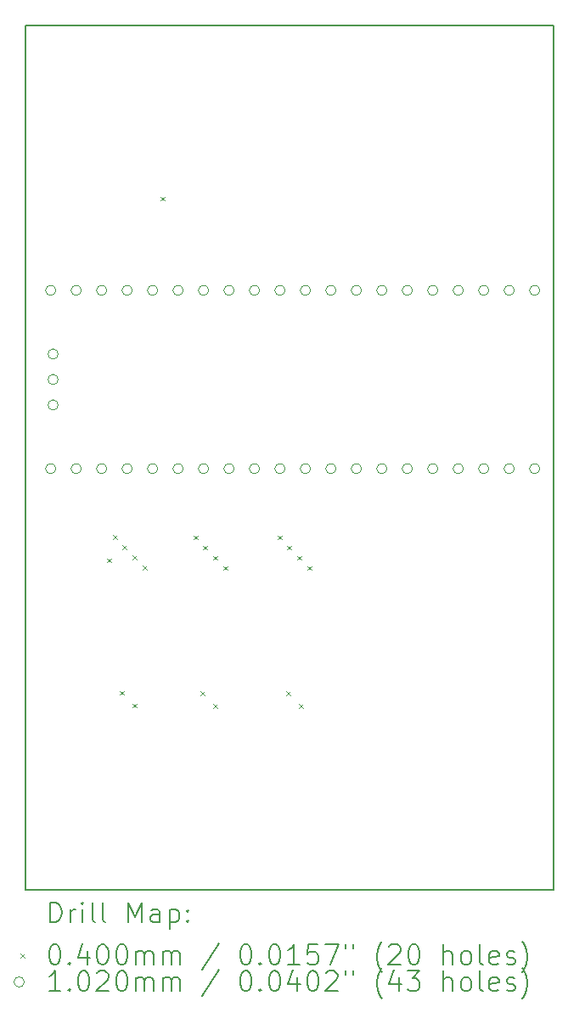
<source format=gbr>
%FSLAX45Y45*%
G04 Gerber Fmt 4.5, Leading zero omitted, Abs format (unit mm)*
G04 Created by KiCad (PCBNEW (6.0.5-0)) date 2022-05-30 23:28:14*
%MOMM*%
%LPD*%
G01*
G04 APERTURE LIST*
%TA.AperFunction,Profile*%
%ADD10C,0.200000*%
%TD*%
%ADD11C,0.200000*%
%ADD12C,0.040000*%
%ADD13C,0.102000*%
G04 APERTURE END LIST*
D10*
X12255500Y-16827500D02*
X12255500Y-8204200D01*
X6985000Y-8204200D02*
X12255500Y-8204200D01*
X6985000Y-16827500D02*
X12255500Y-16827500D01*
X6985000Y-16827500D02*
X6985000Y-8204200D01*
D11*
D12*
X7803200Y-13518200D02*
X7843200Y-13558200D01*
X7843200Y-13518200D02*
X7803200Y-13558200D01*
X7862600Y-13285500D02*
X7902600Y-13325500D01*
X7902600Y-13285500D02*
X7862600Y-13325500D01*
X7930200Y-14839000D02*
X7970200Y-14879000D01*
X7970200Y-14839000D02*
X7930200Y-14879000D01*
X7951500Y-13387100D02*
X7991500Y-13427100D01*
X7991500Y-13387100D02*
X7951500Y-13427100D01*
X8053100Y-13488700D02*
X8093100Y-13528700D01*
X8093100Y-13488700D02*
X8053100Y-13528700D01*
X8057200Y-14966000D02*
X8097200Y-15006000D01*
X8097200Y-14966000D02*
X8057200Y-15006000D01*
X8154700Y-13590300D02*
X8194700Y-13630300D01*
X8194700Y-13590300D02*
X8154700Y-13630300D01*
X8336600Y-9911400D02*
X8376600Y-9951400D01*
X8376600Y-9911400D02*
X8336600Y-9951400D01*
X8666800Y-13289600D02*
X8706800Y-13329600D01*
X8706800Y-13289600D02*
X8666800Y-13329600D01*
X8729904Y-14844753D02*
X8769904Y-14884753D01*
X8769904Y-14844753D02*
X8729904Y-14884753D01*
X8755700Y-13391200D02*
X8795700Y-13431200D01*
X8795700Y-13391200D02*
X8755700Y-13431200D01*
X8856904Y-14971753D02*
X8896904Y-15011753D01*
X8896904Y-14971753D02*
X8856904Y-15011753D01*
X8857300Y-13492800D02*
X8897300Y-13532800D01*
X8897300Y-13492800D02*
X8857300Y-13532800D01*
X8958900Y-13594400D02*
X8998900Y-13634400D01*
X8998900Y-13594400D02*
X8958900Y-13634400D01*
X9505000Y-13289600D02*
X9545000Y-13329600D01*
X9545000Y-13289600D02*
X9505000Y-13329600D01*
X9586501Y-14844753D02*
X9626501Y-14884753D01*
X9626501Y-14844753D02*
X9586501Y-14884753D01*
X9593900Y-13391200D02*
X9633900Y-13431200D01*
X9633900Y-13391200D02*
X9593900Y-13431200D01*
X9695500Y-13492800D02*
X9735500Y-13532800D01*
X9735500Y-13492800D02*
X9695500Y-13532800D01*
X9713501Y-14971753D02*
X9753501Y-15011753D01*
X9753501Y-14971753D02*
X9713501Y-15011753D01*
X9797100Y-13594400D02*
X9837100Y-13634400D01*
X9837100Y-13594400D02*
X9797100Y-13634400D01*
D13*
X7290000Y-10845800D02*
G75*
G03*
X7290000Y-10845800I-51000J0D01*
G01*
X7290000Y-12623800D02*
G75*
G03*
X7290000Y-12623800I-51000J0D01*
G01*
X7313000Y-11480800D02*
G75*
G03*
X7313000Y-11480800I-51000J0D01*
G01*
X7313000Y-11734800D02*
G75*
G03*
X7313000Y-11734800I-51000J0D01*
G01*
X7313000Y-11988800D02*
G75*
G03*
X7313000Y-11988800I-51000J0D01*
G01*
X7544000Y-10845800D02*
G75*
G03*
X7544000Y-10845800I-51000J0D01*
G01*
X7544000Y-12623800D02*
G75*
G03*
X7544000Y-12623800I-51000J0D01*
G01*
X7798000Y-10845800D02*
G75*
G03*
X7798000Y-10845800I-51000J0D01*
G01*
X7798000Y-12623800D02*
G75*
G03*
X7798000Y-12623800I-51000J0D01*
G01*
X8052000Y-10845800D02*
G75*
G03*
X8052000Y-10845800I-51000J0D01*
G01*
X8052000Y-12623800D02*
G75*
G03*
X8052000Y-12623800I-51000J0D01*
G01*
X8306000Y-10845800D02*
G75*
G03*
X8306000Y-10845800I-51000J0D01*
G01*
X8306000Y-12623800D02*
G75*
G03*
X8306000Y-12623800I-51000J0D01*
G01*
X8560000Y-10845800D02*
G75*
G03*
X8560000Y-10845800I-51000J0D01*
G01*
X8560000Y-12623800D02*
G75*
G03*
X8560000Y-12623800I-51000J0D01*
G01*
X8814000Y-10845800D02*
G75*
G03*
X8814000Y-10845800I-51000J0D01*
G01*
X8814000Y-12623800D02*
G75*
G03*
X8814000Y-12623800I-51000J0D01*
G01*
X9068000Y-10845800D02*
G75*
G03*
X9068000Y-10845800I-51000J0D01*
G01*
X9068000Y-12623800D02*
G75*
G03*
X9068000Y-12623800I-51000J0D01*
G01*
X9322000Y-10845800D02*
G75*
G03*
X9322000Y-10845800I-51000J0D01*
G01*
X9322000Y-12623800D02*
G75*
G03*
X9322000Y-12623800I-51000J0D01*
G01*
X9576000Y-10845800D02*
G75*
G03*
X9576000Y-10845800I-51000J0D01*
G01*
X9576000Y-12623800D02*
G75*
G03*
X9576000Y-12623800I-51000J0D01*
G01*
X9830000Y-10845800D02*
G75*
G03*
X9830000Y-10845800I-51000J0D01*
G01*
X9830000Y-12623800D02*
G75*
G03*
X9830000Y-12623800I-51000J0D01*
G01*
X10084000Y-10845800D02*
G75*
G03*
X10084000Y-10845800I-51000J0D01*
G01*
X10084000Y-12623800D02*
G75*
G03*
X10084000Y-12623800I-51000J0D01*
G01*
X10338000Y-10845800D02*
G75*
G03*
X10338000Y-10845800I-51000J0D01*
G01*
X10338000Y-12623800D02*
G75*
G03*
X10338000Y-12623800I-51000J0D01*
G01*
X10592000Y-10845800D02*
G75*
G03*
X10592000Y-10845800I-51000J0D01*
G01*
X10592000Y-12623800D02*
G75*
G03*
X10592000Y-12623800I-51000J0D01*
G01*
X10846000Y-10845800D02*
G75*
G03*
X10846000Y-10845800I-51000J0D01*
G01*
X10846000Y-12623800D02*
G75*
G03*
X10846000Y-12623800I-51000J0D01*
G01*
X11100000Y-10845800D02*
G75*
G03*
X11100000Y-10845800I-51000J0D01*
G01*
X11100000Y-12623800D02*
G75*
G03*
X11100000Y-12623800I-51000J0D01*
G01*
X11354000Y-10845800D02*
G75*
G03*
X11354000Y-10845800I-51000J0D01*
G01*
X11354000Y-12623800D02*
G75*
G03*
X11354000Y-12623800I-51000J0D01*
G01*
X11608000Y-10845800D02*
G75*
G03*
X11608000Y-10845800I-51000J0D01*
G01*
X11608000Y-12623800D02*
G75*
G03*
X11608000Y-12623800I-51000J0D01*
G01*
X11862000Y-10845800D02*
G75*
G03*
X11862000Y-10845800I-51000J0D01*
G01*
X11862000Y-12623800D02*
G75*
G03*
X11862000Y-12623800I-51000J0D01*
G01*
X12116000Y-10845800D02*
G75*
G03*
X12116000Y-10845800I-51000J0D01*
G01*
X12116000Y-12623800D02*
G75*
G03*
X12116000Y-12623800I-51000J0D01*
G01*
D11*
X7232619Y-17147976D02*
X7232619Y-16947976D01*
X7280238Y-16947976D01*
X7308809Y-16957500D01*
X7327857Y-16976548D01*
X7337381Y-16995595D01*
X7346905Y-17033690D01*
X7346905Y-17062262D01*
X7337381Y-17100357D01*
X7327857Y-17119405D01*
X7308809Y-17138452D01*
X7280238Y-17147976D01*
X7232619Y-17147976D01*
X7432619Y-17147976D02*
X7432619Y-17014643D01*
X7432619Y-17052738D02*
X7442143Y-17033690D01*
X7451667Y-17024167D01*
X7470714Y-17014643D01*
X7489762Y-17014643D01*
X7556428Y-17147976D02*
X7556428Y-17014643D01*
X7556428Y-16947976D02*
X7546905Y-16957500D01*
X7556428Y-16967024D01*
X7565952Y-16957500D01*
X7556428Y-16947976D01*
X7556428Y-16967024D01*
X7680238Y-17147976D02*
X7661190Y-17138452D01*
X7651667Y-17119405D01*
X7651667Y-16947976D01*
X7785000Y-17147976D02*
X7765952Y-17138452D01*
X7756428Y-17119405D01*
X7756428Y-16947976D01*
X8013571Y-17147976D02*
X8013571Y-16947976D01*
X8080238Y-17090833D01*
X8146905Y-16947976D01*
X8146905Y-17147976D01*
X8327857Y-17147976D02*
X8327857Y-17043214D01*
X8318333Y-17024167D01*
X8299286Y-17014643D01*
X8261190Y-17014643D01*
X8242143Y-17024167D01*
X8327857Y-17138452D02*
X8308809Y-17147976D01*
X8261190Y-17147976D01*
X8242143Y-17138452D01*
X8232619Y-17119405D01*
X8232619Y-17100357D01*
X8242143Y-17081310D01*
X8261190Y-17071786D01*
X8308809Y-17071786D01*
X8327857Y-17062262D01*
X8423095Y-17014643D02*
X8423095Y-17214643D01*
X8423095Y-17024167D02*
X8442143Y-17014643D01*
X8480238Y-17014643D01*
X8499286Y-17024167D01*
X8508810Y-17033690D01*
X8518333Y-17052738D01*
X8518333Y-17109881D01*
X8508810Y-17128929D01*
X8499286Y-17138452D01*
X8480238Y-17147976D01*
X8442143Y-17147976D01*
X8423095Y-17138452D01*
X8604048Y-17128929D02*
X8613571Y-17138452D01*
X8604048Y-17147976D01*
X8594524Y-17138452D01*
X8604048Y-17128929D01*
X8604048Y-17147976D01*
X8604048Y-17024167D02*
X8613571Y-17033690D01*
X8604048Y-17043214D01*
X8594524Y-17033690D01*
X8604048Y-17024167D01*
X8604048Y-17043214D01*
D12*
X6935000Y-17457500D02*
X6975000Y-17497500D01*
X6975000Y-17457500D02*
X6935000Y-17497500D01*
D11*
X7270714Y-17367976D02*
X7289762Y-17367976D01*
X7308809Y-17377500D01*
X7318333Y-17387024D01*
X7327857Y-17406071D01*
X7337381Y-17444167D01*
X7337381Y-17491786D01*
X7327857Y-17529881D01*
X7318333Y-17548929D01*
X7308809Y-17558452D01*
X7289762Y-17567976D01*
X7270714Y-17567976D01*
X7251667Y-17558452D01*
X7242143Y-17548929D01*
X7232619Y-17529881D01*
X7223095Y-17491786D01*
X7223095Y-17444167D01*
X7232619Y-17406071D01*
X7242143Y-17387024D01*
X7251667Y-17377500D01*
X7270714Y-17367976D01*
X7423095Y-17548929D02*
X7432619Y-17558452D01*
X7423095Y-17567976D01*
X7413571Y-17558452D01*
X7423095Y-17548929D01*
X7423095Y-17567976D01*
X7604048Y-17434643D02*
X7604048Y-17567976D01*
X7556428Y-17358452D02*
X7508809Y-17501310D01*
X7632619Y-17501310D01*
X7746905Y-17367976D02*
X7765952Y-17367976D01*
X7785000Y-17377500D01*
X7794524Y-17387024D01*
X7804048Y-17406071D01*
X7813571Y-17444167D01*
X7813571Y-17491786D01*
X7804048Y-17529881D01*
X7794524Y-17548929D01*
X7785000Y-17558452D01*
X7765952Y-17567976D01*
X7746905Y-17567976D01*
X7727857Y-17558452D01*
X7718333Y-17548929D01*
X7708809Y-17529881D01*
X7699286Y-17491786D01*
X7699286Y-17444167D01*
X7708809Y-17406071D01*
X7718333Y-17387024D01*
X7727857Y-17377500D01*
X7746905Y-17367976D01*
X7937381Y-17367976D02*
X7956428Y-17367976D01*
X7975476Y-17377500D01*
X7985000Y-17387024D01*
X7994524Y-17406071D01*
X8004048Y-17444167D01*
X8004048Y-17491786D01*
X7994524Y-17529881D01*
X7985000Y-17548929D01*
X7975476Y-17558452D01*
X7956428Y-17567976D01*
X7937381Y-17567976D01*
X7918333Y-17558452D01*
X7908809Y-17548929D01*
X7899286Y-17529881D01*
X7889762Y-17491786D01*
X7889762Y-17444167D01*
X7899286Y-17406071D01*
X7908809Y-17387024D01*
X7918333Y-17377500D01*
X7937381Y-17367976D01*
X8089762Y-17567976D02*
X8089762Y-17434643D01*
X8089762Y-17453690D02*
X8099286Y-17444167D01*
X8118333Y-17434643D01*
X8146905Y-17434643D01*
X8165952Y-17444167D01*
X8175476Y-17463214D01*
X8175476Y-17567976D01*
X8175476Y-17463214D02*
X8185000Y-17444167D01*
X8204048Y-17434643D01*
X8232619Y-17434643D01*
X8251667Y-17444167D01*
X8261190Y-17463214D01*
X8261190Y-17567976D01*
X8356428Y-17567976D02*
X8356428Y-17434643D01*
X8356428Y-17453690D02*
X8365952Y-17444167D01*
X8385000Y-17434643D01*
X8413571Y-17434643D01*
X8432619Y-17444167D01*
X8442143Y-17463214D01*
X8442143Y-17567976D01*
X8442143Y-17463214D02*
X8451667Y-17444167D01*
X8470714Y-17434643D01*
X8499286Y-17434643D01*
X8518333Y-17444167D01*
X8527857Y-17463214D01*
X8527857Y-17567976D01*
X8918333Y-17358452D02*
X8746905Y-17615595D01*
X9175476Y-17367976D02*
X9194524Y-17367976D01*
X9213571Y-17377500D01*
X9223095Y-17387024D01*
X9232619Y-17406071D01*
X9242143Y-17444167D01*
X9242143Y-17491786D01*
X9232619Y-17529881D01*
X9223095Y-17548929D01*
X9213571Y-17558452D01*
X9194524Y-17567976D01*
X9175476Y-17567976D01*
X9156429Y-17558452D01*
X9146905Y-17548929D01*
X9137381Y-17529881D01*
X9127857Y-17491786D01*
X9127857Y-17444167D01*
X9137381Y-17406071D01*
X9146905Y-17387024D01*
X9156429Y-17377500D01*
X9175476Y-17367976D01*
X9327857Y-17548929D02*
X9337381Y-17558452D01*
X9327857Y-17567976D01*
X9318333Y-17558452D01*
X9327857Y-17548929D01*
X9327857Y-17567976D01*
X9461190Y-17367976D02*
X9480238Y-17367976D01*
X9499286Y-17377500D01*
X9508810Y-17387024D01*
X9518333Y-17406071D01*
X9527857Y-17444167D01*
X9527857Y-17491786D01*
X9518333Y-17529881D01*
X9508810Y-17548929D01*
X9499286Y-17558452D01*
X9480238Y-17567976D01*
X9461190Y-17567976D01*
X9442143Y-17558452D01*
X9432619Y-17548929D01*
X9423095Y-17529881D01*
X9413571Y-17491786D01*
X9413571Y-17444167D01*
X9423095Y-17406071D01*
X9432619Y-17387024D01*
X9442143Y-17377500D01*
X9461190Y-17367976D01*
X9718333Y-17567976D02*
X9604048Y-17567976D01*
X9661190Y-17567976D02*
X9661190Y-17367976D01*
X9642143Y-17396548D01*
X9623095Y-17415595D01*
X9604048Y-17425119D01*
X9899286Y-17367976D02*
X9804048Y-17367976D01*
X9794524Y-17463214D01*
X9804048Y-17453690D01*
X9823095Y-17444167D01*
X9870714Y-17444167D01*
X9889762Y-17453690D01*
X9899286Y-17463214D01*
X9908810Y-17482262D01*
X9908810Y-17529881D01*
X9899286Y-17548929D01*
X9889762Y-17558452D01*
X9870714Y-17567976D01*
X9823095Y-17567976D01*
X9804048Y-17558452D01*
X9794524Y-17548929D01*
X9975476Y-17367976D02*
X10108810Y-17367976D01*
X10023095Y-17567976D01*
X10175476Y-17367976D02*
X10175476Y-17406071D01*
X10251667Y-17367976D02*
X10251667Y-17406071D01*
X10546905Y-17644167D02*
X10537381Y-17634643D01*
X10518333Y-17606071D01*
X10508810Y-17587024D01*
X10499286Y-17558452D01*
X10489762Y-17510833D01*
X10489762Y-17472738D01*
X10499286Y-17425119D01*
X10508810Y-17396548D01*
X10518333Y-17377500D01*
X10537381Y-17348929D01*
X10546905Y-17339405D01*
X10613571Y-17387024D02*
X10623095Y-17377500D01*
X10642143Y-17367976D01*
X10689762Y-17367976D01*
X10708810Y-17377500D01*
X10718333Y-17387024D01*
X10727857Y-17406071D01*
X10727857Y-17425119D01*
X10718333Y-17453690D01*
X10604048Y-17567976D01*
X10727857Y-17567976D01*
X10851667Y-17367976D02*
X10870714Y-17367976D01*
X10889762Y-17377500D01*
X10899286Y-17387024D01*
X10908810Y-17406071D01*
X10918333Y-17444167D01*
X10918333Y-17491786D01*
X10908810Y-17529881D01*
X10899286Y-17548929D01*
X10889762Y-17558452D01*
X10870714Y-17567976D01*
X10851667Y-17567976D01*
X10832619Y-17558452D01*
X10823095Y-17548929D01*
X10813571Y-17529881D01*
X10804048Y-17491786D01*
X10804048Y-17444167D01*
X10813571Y-17406071D01*
X10823095Y-17387024D01*
X10832619Y-17377500D01*
X10851667Y-17367976D01*
X11156429Y-17567976D02*
X11156429Y-17367976D01*
X11242143Y-17567976D02*
X11242143Y-17463214D01*
X11232619Y-17444167D01*
X11213571Y-17434643D01*
X11185000Y-17434643D01*
X11165952Y-17444167D01*
X11156429Y-17453690D01*
X11365952Y-17567976D02*
X11346905Y-17558452D01*
X11337381Y-17548929D01*
X11327857Y-17529881D01*
X11327857Y-17472738D01*
X11337381Y-17453690D01*
X11346905Y-17444167D01*
X11365952Y-17434643D01*
X11394524Y-17434643D01*
X11413571Y-17444167D01*
X11423095Y-17453690D01*
X11432619Y-17472738D01*
X11432619Y-17529881D01*
X11423095Y-17548929D01*
X11413571Y-17558452D01*
X11394524Y-17567976D01*
X11365952Y-17567976D01*
X11546905Y-17567976D02*
X11527857Y-17558452D01*
X11518333Y-17539405D01*
X11518333Y-17367976D01*
X11699286Y-17558452D02*
X11680238Y-17567976D01*
X11642143Y-17567976D01*
X11623095Y-17558452D01*
X11613571Y-17539405D01*
X11613571Y-17463214D01*
X11623095Y-17444167D01*
X11642143Y-17434643D01*
X11680238Y-17434643D01*
X11699286Y-17444167D01*
X11708809Y-17463214D01*
X11708809Y-17482262D01*
X11613571Y-17501310D01*
X11785000Y-17558452D02*
X11804048Y-17567976D01*
X11842143Y-17567976D01*
X11861190Y-17558452D01*
X11870714Y-17539405D01*
X11870714Y-17529881D01*
X11861190Y-17510833D01*
X11842143Y-17501310D01*
X11813571Y-17501310D01*
X11794524Y-17491786D01*
X11785000Y-17472738D01*
X11785000Y-17463214D01*
X11794524Y-17444167D01*
X11813571Y-17434643D01*
X11842143Y-17434643D01*
X11861190Y-17444167D01*
X11937381Y-17644167D02*
X11946905Y-17634643D01*
X11965952Y-17606071D01*
X11975476Y-17587024D01*
X11985000Y-17558452D01*
X11994524Y-17510833D01*
X11994524Y-17472738D01*
X11985000Y-17425119D01*
X11975476Y-17396548D01*
X11965952Y-17377500D01*
X11946905Y-17348929D01*
X11937381Y-17339405D01*
D13*
X6975000Y-17741500D02*
G75*
G03*
X6975000Y-17741500I-51000J0D01*
G01*
D11*
X7337381Y-17831976D02*
X7223095Y-17831976D01*
X7280238Y-17831976D02*
X7280238Y-17631976D01*
X7261190Y-17660548D01*
X7242143Y-17679595D01*
X7223095Y-17689119D01*
X7423095Y-17812929D02*
X7432619Y-17822452D01*
X7423095Y-17831976D01*
X7413571Y-17822452D01*
X7423095Y-17812929D01*
X7423095Y-17831976D01*
X7556428Y-17631976D02*
X7575476Y-17631976D01*
X7594524Y-17641500D01*
X7604048Y-17651024D01*
X7613571Y-17670071D01*
X7623095Y-17708167D01*
X7623095Y-17755786D01*
X7613571Y-17793881D01*
X7604048Y-17812929D01*
X7594524Y-17822452D01*
X7575476Y-17831976D01*
X7556428Y-17831976D01*
X7537381Y-17822452D01*
X7527857Y-17812929D01*
X7518333Y-17793881D01*
X7508809Y-17755786D01*
X7508809Y-17708167D01*
X7518333Y-17670071D01*
X7527857Y-17651024D01*
X7537381Y-17641500D01*
X7556428Y-17631976D01*
X7699286Y-17651024D02*
X7708809Y-17641500D01*
X7727857Y-17631976D01*
X7775476Y-17631976D01*
X7794524Y-17641500D01*
X7804048Y-17651024D01*
X7813571Y-17670071D01*
X7813571Y-17689119D01*
X7804048Y-17717690D01*
X7689762Y-17831976D01*
X7813571Y-17831976D01*
X7937381Y-17631976D02*
X7956428Y-17631976D01*
X7975476Y-17641500D01*
X7985000Y-17651024D01*
X7994524Y-17670071D01*
X8004048Y-17708167D01*
X8004048Y-17755786D01*
X7994524Y-17793881D01*
X7985000Y-17812929D01*
X7975476Y-17822452D01*
X7956428Y-17831976D01*
X7937381Y-17831976D01*
X7918333Y-17822452D01*
X7908809Y-17812929D01*
X7899286Y-17793881D01*
X7889762Y-17755786D01*
X7889762Y-17708167D01*
X7899286Y-17670071D01*
X7908809Y-17651024D01*
X7918333Y-17641500D01*
X7937381Y-17631976D01*
X8089762Y-17831976D02*
X8089762Y-17698643D01*
X8089762Y-17717690D02*
X8099286Y-17708167D01*
X8118333Y-17698643D01*
X8146905Y-17698643D01*
X8165952Y-17708167D01*
X8175476Y-17727214D01*
X8175476Y-17831976D01*
X8175476Y-17727214D02*
X8185000Y-17708167D01*
X8204048Y-17698643D01*
X8232619Y-17698643D01*
X8251667Y-17708167D01*
X8261190Y-17727214D01*
X8261190Y-17831976D01*
X8356428Y-17831976D02*
X8356428Y-17698643D01*
X8356428Y-17717690D02*
X8365952Y-17708167D01*
X8385000Y-17698643D01*
X8413571Y-17698643D01*
X8432619Y-17708167D01*
X8442143Y-17727214D01*
X8442143Y-17831976D01*
X8442143Y-17727214D02*
X8451667Y-17708167D01*
X8470714Y-17698643D01*
X8499286Y-17698643D01*
X8518333Y-17708167D01*
X8527857Y-17727214D01*
X8527857Y-17831976D01*
X8918333Y-17622452D02*
X8746905Y-17879595D01*
X9175476Y-17631976D02*
X9194524Y-17631976D01*
X9213571Y-17641500D01*
X9223095Y-17651024D01*
X9232619Y-17670071D01*
X9242143Y-17708167D01*
X9242143Y-17755786D01*
X9232619Y-17793881D01*
X9223095Y-17812929D01*
X9213571Y-17822452D01*
X9194524Y-17831976D01*
X9175476Y-17831976D01*
X9156429Y-17822452D01*
X9146905Y-17812929D01*
X9137381Y-17793881D01*
X9127857Y-17755786D01*
X9127857Y-17708167D01*
X9137381Y-17670071D01*
X9146905Y-17651024D01*
X9156429Y-17641500D01*
X9175476Y-17631976D01*
X9327857Y-17812929D02*
X9337381Y-17822452D01*
X9327857Y-17831976D01*
X9318333Y-17822452D01*
X9327857Y-17812929D01*
X9327857Y-17831976D01*
X9461190Y-17631976D02*
X9480238Y-17631976D01*
X9499286Y-17641500D01*
X9508810Y-17651024D01*
X9518333Y-17670071D01*
X9527857Y-17708167D01*
X9527857Y-17755786D01*
X9518333Y-17793881D01*
X9508810Y-17812929D01*
X9499286Y-17822452D01*
X9480238Y-17831976D01*
X9461190Y-17831976D01*
X9442143Y-17822452D01*
X9432619Y-17812929D01*
X9423095Y-17793881D01*
X9413571Y-17755786D01*
X9413571Y-17708167D01*
X9423095Y-17670071D01*
X9432619Y-17651024D01*
X9442143Y-17641500D01*
X9461190Y-17631976D01*
X9699286Y-17698643D02*
X9699286Y-17831976D01*
X9651667Y-17622452D02*
X9604048Y-17765310D01*
X9727857Y-17765310D01*
X9842143Y-17631976D02*
X9861190Y-17631976D01*
X9880238Y-17641500D01*
X9889762Y-17651024D01*
X9899286Y-17670071D01*
X9908810Y-17708167D01*
X9908810Y-17755786D01*
X9899286Y-17793881D01*
X9889762Y-17812929D01*
X9880238Y-17822452D01*
X9861190Y-17831976D01*
X9842143Y-17831976D01*
X9823095Y-17822452D01*
X9813571Y-17812929D01*
X9804048Y-17793881D01*
X9794524Y-17755786D01*
X9794524Y-17708167D01*
X9804048Y-17670071D01*
X9813571Y-17651024D01*
X9823095Y-17641500D01*
X9842143Y-17631976D01*
X9985000Y-17651024D02*
X9994524Y-17641500D01*
X10013571Y-17631976D01*
X10061190Y-17631976D01*
X10080238Y-17641500D01*
X10089762Y-17651024D01*
X10099286Y-17670071D01*
X10099286Y-17689119D01*
X10089762Y-17717690D01*
X9975476Y-17831976D01*
X10099286Y-17831976D01*
X10175476Y-17631976D02*
X10175476Y-17670071D01*
X10251667Y-17631976D02*
X10251667Y-17670071D01*
X10546905Y-17908167D02*
X10537381Y-17898643D01*
X10518333Y-17870071D01*
X10508810Y-17851024D01*
X10499286Y-17822452D01*
X10489762Y-17774833D01*
X10489762Y-17736738D01*
X10499286Y-17689119D01*
X10508810Y-17660548D01*
X10518333Y-17641500D01*
X10537381Y-17612929D01*
X10546905Y-17603405D01*
X10708810Y-17698643D02*
X10708810Y-17831976D01*
X10661190Y-17622452D02*
X10613571Y-17765310D01*
X10737381Y-17765310D01*
X10794524Y-17631976D02*
X10918333Y-17631976D01*
X10851667Y-17708167D01*
X10880238Y-17708167D01*
X10899286Y-17717690D01*
X10908810Y-17727214D01*
X10918333Y-17746262D01*
X10918333Y-17793881D01*
X10908810Y-17812929D01*
X10899286Y-17822452D01*
X10880238Y-17831976D01*
X10823095Y-17831976D01*
X10804048Y-17822452D01*
X10794524Y-17812929D01*
X11156429Y-17831976D02*
X11156429Y-17631976D01*
X11242143Y-17831976D02*
X11242143Y-17727214D01*
X11232619Y-17708167D01*
X11213571Y-17698643D01*
X11185000Y-17698643D01*
X11165952Y-17708167D01*
X11156429Y-17717690D01*
X11365952Y-17831976D02*
X11346905Y-17822452D01*
X11337381Y-17812929D01*
X11327857Y-17793881D01*
X11327857Y-17736738D01*
X11337381Y-17717690D01*
X11346905Y-17708167D01*
X11365952Y-17698643D01*
X11394524Y-17698643D01*
X11413571Y-17708167D01*
X11423095Y-17717690D01*
X11432619Y-17736738D01*
X11432619Y-17793881D01*
X11423095Y-17812929D01*
X11413571Y-17822452D01*
X11394524Y-17831976D01*
X11365952Y-17831976D01*
X11546905Y-17831976D02*
X11527857Y-17822452D01*
X11518333Y-17803405D01*
X11518333Y-17631976D01*
X11699286Y-17822452D02*
X11680238Y-17831976D01*
X11642143Y-17831976D01*
X11623095Y-17822452D01*
X11613571Y-17803405D01*
X11613571Y-17727214D01*
X11623095Y-17708167D01*
X11642143Y-17698643D01*
X11680238Y-17698643D01*
X11699286Y-17708167D01*
X11708809Y-17727214D01*
X11708809Y-17746262D01*
X11613571Y-17765310D01*
X11785000Y-17822452D02*
X11804048Y-17831976D01*
X11842143Y-17831976D01*
X11861190Y-17822452D01*
X11870714Y-17803405D01*
X11870714Y-17793881D01*
X11861190Y-17774833D01*
X11842143Y-17765310D01*
X11813571Y-17765310D01*
X11794524Y-17755786D01*
X11785000Y-17736738D01*
X11785000Y-17727214D01*
X11794524Y-17708167D01*
X11813571Y-17698643D01*
X11842143Y-17698643D01*
X11861190Y-17708167D01*
X11937381Y-17908167D02*
X11946905Y-17898643D01*
X11965952Y-17870071D01*
X11975476Y-17851024D01*
X11985000Y-17822452D01*
X11994524Y-17774833D01*
X11994524Y-17736738D01*
X11985000Y-17689119D01*
X11975476Y-17660548D01*
X11965952Y-17641500D01*
X11946905Y-17612929D01*
X11937381Y-17603405D01*
M02*

</source>
